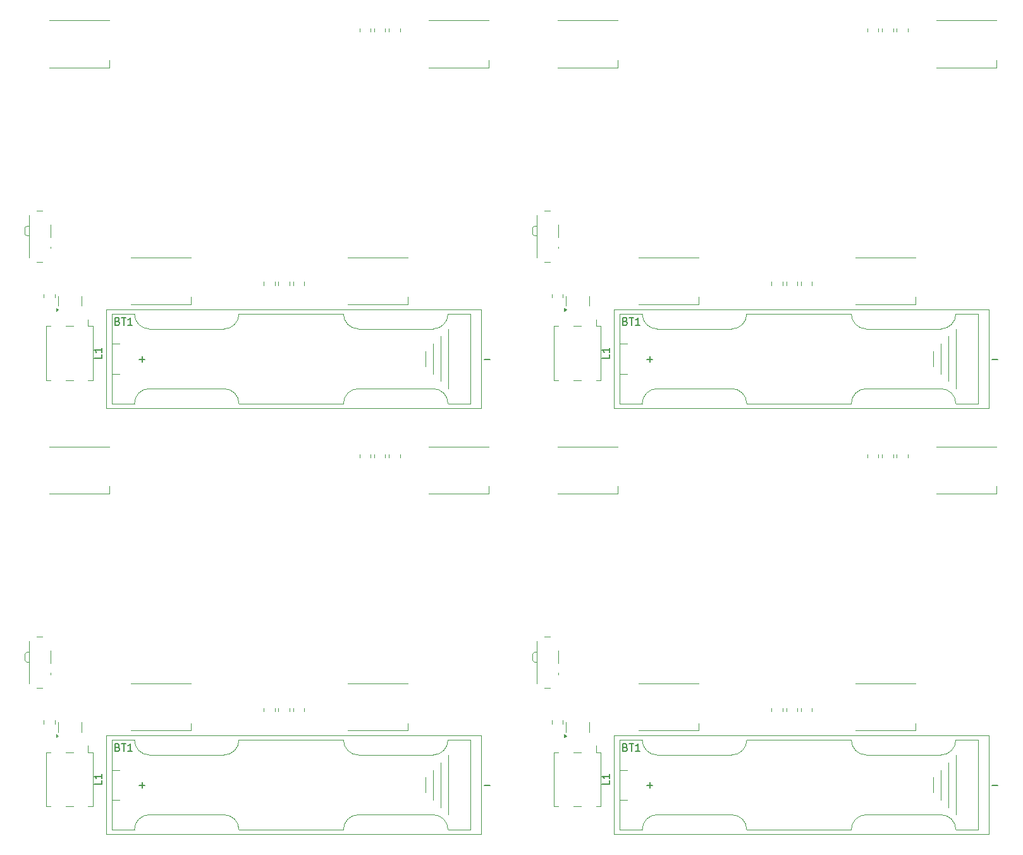
<source format=gto>
G04 #@! TF.GenerationSoftware,KiCad,Pcbnew,8.0.3-8.0.3-0~ubuntu24.04.1*
G04 #@! TF.CreationDate,2024-07-21T14:04:27+02:00*
G04 #@! TF.ProjectId,panel,70616e65-6c2e-46b6-9963-61645f706362,rev?*
G04 #@! TF.SameCoordinates,Original*
G04 #@! TF.FileFunction,Legend,Top*
G04 #@! TF.FilePolarity,Positive*
%FSLAX46Y46*%
G04 Gerber Fmt 4.6, Leading zero omitted, Abs format (unit mm)*
G04 Created by KiCad (PCBNEW 8.0.3-8.0.3-0~ubuntu24.04.1) date 2024-07-21 14:04:27*
%MOMM*%
%LPD*%
G01*
G04 APERTURE LIST*
%ADD10C,0.150000*%
%ADD11C,0.120000*%
G04 APERTURE END LIST*
D10*
X78612319Y-104303099D02*
X78612319Y-104779289D01*
X78612319Y-104779289D02*
X77612319Y-104779289D01*
X78612319Y-103445956D02*
X78612319Y-104017384D01*
X78612319Y-103731670D02*
X77612319Y-103731670D01*
X77612319Y-103731670D02*
X77755176Y-103826908D01*
X77755176Y-103826908D02*
X77850414Y-103922146D01*
X77850414Y-103922146D02*
X77898033Y-104017384D01*
X78612319Y-47303099D02*
X78612319Y-47779289D01*
X78612319Y-47779289D02*
X77612319Y-47779289D01*
X78612319Y-46445956D02*
X78612319Y-47017384D01*
X78612319Y-46731670D02*
X77612319Y-46731670D01*
X77612319Y-46731670D02*
X77755176Y-46826908D01*
X77755176Y-46826908D02*
X77850414Y-46922146D01*
X77850414Y-46922146D02*
X77898033Y-47017384D01*
X80739285Y-99856009D02*
X80882142Y-99903628D01*
X80882142Y-99903628D02*
X80929761Y-99951247D01*
X80929761Y-99951247D02*
X80977380Y-100046485D01*
X80977380Y-100046485D02*
X80977380Y-100189342D01*
X80977380Y-100189342D02*
X80929761Y-100284580D01*
X80929761Y-100284580D02*
X80882142Y-100332200D01*
X80882142Y-100332200D02*
X80786904Y-100379819D01*
X80786904Y-100379819D02*
X80405952Y-100379819D01*
X80405952Y-100379819D02*
X80405952Y-99379819D01*
X80405952Y-99379819D02*
X80739285Y-99379819D01*
X80739285Y-99379819D02*
X80834523Y-99427438D01*
X80834523Y-99427438D02*
X80882142Y-99475057D01*
X80882142Y-99475057D02*
X80929761Y-99570295D01*
X80929761Y-99570295D02*
X80929761Y-99665533D01*
X80929761Y-99665533D02*
X80882142Y-99760771D01*
X80882142Y-99760771D02*
X80834523Y-99808390D01*
X80834523Y-99808390D02*
X80739285Y-99856009D01*
X80739285Y-99856009D02*
X80405952Y-99856009D01*
X81263095Y-99379819D02*
X81834523Y-99379819D01*
X81548809Y-100379819D02*
X81548809Y-99379819D01*
X82691666Y-100379819D02*
X82120238Y-100379819D01*
X82405952Y-100379819D02*
X82405952Y-99379819D01*
X82405952Y-99379819D02*
X82310714Y-99522676D01*
X82310714Y-99522676D02*
X82215476Y-99617914D01*
X82215476Y-99617914D02*
X82120238Y-99665533D01*
X83619048Y-104948866D02*
X84380953Y-104948866D01*
X84000000Y-105329819D02*
X84000000Y-104567914D01*
X129866548Y-104960299D02*
X130628453Y-104960299D01*
X10612319Y-104303099D02*
X10612319Y-104779289D01*
X10612319Y-104779289D02*
X9612319Y-104779289D01*
X10612319Y-103445956D02*
X10612319Y-104017384D01*
X10612319Y-103731670D02*
X9612319Y-103731670D01*
X9612319Y-103731670D02*
X9755176Y-103826908D01*
X9755176Y-103826908D02*
X9850414Y-103922146D01*
X9850414Y-103922146D02*
X9898033Y-104017384D01*
X12739285Y-42856009D02*
X12882142Y-42903628D01*
X12882142Y-42903628D02*
X12929761Y-42951247D01*
X12929761Y-42951247D02*
X12977380Y-43046485D01*
X12977380Y-43046485D02*
X12977380Y-43189342D01*
X12977380Y-43189342D02*
X12929761Y-43284580D01*
X12929761Y-43284580D02*
X12882142Y-43332200D01*
X12882142Y-43332200D02*
X12786904Y-43379819D01*
X12786904Y-43379819D02*
X12405952Y-43379819D01*
X12405952Y-43379819D02*
X12405952Y-42379819D01*
X12405952Y-42379819D02*
X12739285Y-42379819D01*
X12739285Y-42379819D02*
X12834523Y-42427438D01*
X12834523Y-42427438D02*
X12882142Y-42475057D01*
X12882142Y-42475057D02*
X12929761Y-42570295D01*
X12929761Y-42570295D02*
X12929761Y-42665533D01*
X12929761Y-42665533D02*
X12882142Y-42760771D01*
X12882142Y-42760771D02*
X12834523Y-42808390D01*
X12834523Y-42808390D02*
X12739285Y-42856009D01*
X12739285Y-42856009D02*
X12405952Y-42856009D01*
X13263095Y-42379819D02*
X13834523Y-42379819D01*
X13548809Y-43379819D02*
X13548809Y-42379819D01*
X14691666Y-43379819D02*
X14120238Y-43379819D01*
X14405952Y-43379819D02*
X14405952Y-42379819D01*
X14405952Y-42379819D02*
X14310714Y-42522676D01*
X14310714Y-42522676D02*
X14215476Y-42617914D01*
X14215476Y-42617914D02*
X14120238Y-42665533D01*
X15619048Y-47948866D02*
X16380953Y-47948866D01*
X16000000Y-48329819D02*
X16000000Y-47567914D01*
X61866548Y-47960299D02*
X62628453Y-47960299D01*
X12739285Y-99856009D02*
X12882142Y-99903628D01*
X12882142Y-99903628D02*
X12929761Y-99951247D01*
X12929761Y-99951247D02*
X12977380Y-100046485D01*
X12977380Y-100046485D02*
X12977380Y-100189342D01*
X12977380Y-100189342D02*
X12929761Y-100284580D01*
X12929761Y-100284580D02*
X12882142Y-100332200D01*
X12882142Y-100332200D02*
X12786904Y-100379819D01*
X12786904Y-100379819D02*
X12405952Y-100379819D01*
X12405952Y-100379819D02*
X12405952Y-99379819D01*
X12405952Y-99379819D02*
X12739285Y-99379819D01*
X12739285Y-99379819D02*
X12834523Y-99427438D01*
X12834523Y-99427438D02*
X12882142Y-99475057D01*
X12882142Y-99475057D02*
X12929761Y-99570295D01*
X12929761Y-99570295D02*
X12929761Y-99665533D01*
X12929761Y-99665533D02*
X12882142Y-99760771D01*
X12882142Y-99760771D02*
X12834523Y-99808390D01*
X12834523Y-99808390D02*
X12739285Y-99856009D01*
X12739285Y-99856009D02*
X12405952Y-99856009D01*
X13263095Y-99379819D02*
X13834523Y-99379819D01*
X13548809Y-100379819D02*
X13548809Y-99379819D01*
X14691666Y-100379819D02*
X14120238Y-100379819D01*
X14405952Y-100379819D02*
X14405952Y-99379819D01*
X14405952Y-99379819D02*
X14310714Y-99522676D01*
X14310714Y-99522676D02*
X14215476Y-99617914D01*
X14215476Y-99617914D02*
X14120238Y-99665533D01*
X15619048Y-104948866D02*
X16380953Y-104948866D01*
X16000000Y-105329819D02*
X16000000Y-104567914D01*
X61866548Y-104960299D02*
X62628453Y-104960299D01*
X80739285Y-42856009D02*
X80882142Y-42903628D01*
X80882142Y-42903628D02*
X80929761Y-42951247D01*
X80929761Y-42951247D02*
X80977380Y-43046485D01*
X80977380Y-43046485D02*
X80977380Y-43189342D01*
X80977380Y-43189342D02*
X80929761Y-43284580D01*
X80929761Y-43284580D02*
X80882142Y-43332200D01*
X80882142Y-43332200D02*
X80786904Y-43379819D01*
X80786904Y-43379819D02*
X80405952Y-43379819D01*
X80405952Y-43379819D02*
X80405952Y-42379819D01*
X80405952Y-42379819D02*
X80739285Y-42379819D01*
X80739285Y-42379819D02*
X80834523Y-42427438D01*
X80834523Y-42427438D02*
X80882142Y-42475057D01*
X80882142Y-42475057D02*
X80929761Y-42570295D01*
X80929761Y-42570295D02*
X80929761Y-42665533D01*
X80929761Y-42665533D02*
X80882142Y-42760771D01*
X80882142Y-42760771D02*
X80834523Y-42808390D01*
X80834523Y-42808390D02*
X80739285Y-42856009D01*
X80739285Y-42856009D02*
X80405952Y-42856009D01*
X81263095Y-42379819D02*
X81834523Y-42379819D01*
X81548809Y-43379819D02*
X81548809Y-42379819D01*
X82691666Y-43379819D02*
X82120238Y-43379819D01*
X82405952Y-43379819D02*
X82405952Y-42379819D01*
X82405952Y-42379819D02*
X82310714Y-42522676D01*
X82310714Y-42522676D02*
X82215476Y-42617914D01*
X82215476Y-42617914D02*
X82120238Y-42665533D01*
X83619048Y-47948866D02*
X84380953Y-47948866D01*
X84000000Y-48329819D02*
X84000000Y-47567914D01*
X129866548Y-47960299D02*
X130628453Y-47960299D01*
X10612319Y-47303099D02*
X10612319Y-47779289D01*
X10612319Y-47779289D02*
X9612319Y-47779289D01*
X10612319Y-46445956D02*
X10612319Y-47017384D01*
X10612319Y-46731670D02*
X9612319Y-46731670D01*
X9612319Y-46731670D02*
X9755176Y-46826908D01*
X9755176Y-46826908D02*
X9850414Y-46922146D01*
X9850414Y-46922146D02*
X9898033Y-47017384D01*
D11*
G04 #@! TO.C,D4*
X51625000Y-91325000D02*
X43575000Y-91325000D01*
X51625000Y-96625000D02*
X51625000Y-97625000D01*
X51625000Y-97625000D02*
X43575000Y-97625000D01*
G04 #@! TO.C,R3*
X45140000Y-4114564D02*
X45140000Y-3660436D01*
X46610000Y-4114564D02*
X46610000Y-3660436D01*
G04 #@! TO.C,D1*
X79675000Y-2625000D02*
X71625000Y-2625000D01*
X79675000Y-7925000D02*
X79675000Y-8925000D01*
X79675000Y-8925000D02*
X71625000Y-8925000D01*
G04 #@! TO.C,L1*
X71177500Y-100526433D02*
X71177500Y-107746433D01*
X71177500Y-100526433D02*
X71777500Y-100526433D01*
X71177500Y-107746433D02*
X71777500Y-107746433D01*
X73797500Y-100526433D02*
X74777500Y-100526433D01*
X73797500Y-107746433D02*
X74777500Y-107746433D01*
X76797500Y-100526433D02*
X76797500Y-99636433D01*
X76797500Y-100526433D02*
X77397500Y-100526433D01*
X76797500Y-107746433D02*
X77397500Y-107746433D01*
X77397500Y-100526433D02*
X77397500Y-107746433D01*
G04 #@! TO.C,D2*
X22525000Y-34325000D02*
X14475000Y-34325000D01*
X22525000Y-39625000D02*
X22525000Y-40625000D01*
X22525000Y-40625000D02*
X14475000Y-40625000D01*
G04 #@! TO.C,R1*
X70865000Y-96260436D02*
X70865000Y-96714564D01*
X72335000Y-96260436D02*
X72335000Y-96714564D01*
G04 #@! TO.C,L1*
X71177500Y-43526433D02*
X71177500Y-50746433D01*
X71177500Y-43526433D02*
X71777500Y-43526433D01*
X71177500Y-50746433D02*
X71777500Y-50746433D01*
X73797500Y-43526433D02*
X74777500Y-43526433D01*
X73797500Y-50746433D02*
X74777500Y-50746433D01*
X76797500Y-43526433D02*
X76797500Y-42636433D01*
X76797500Y-43526433D02*
X77397500Y-43526433D01*
X76797500Y-50746433D02*
X77397500Y-50746433D01*
X77397500Y-43526433D02*
X77397500Y-50746433D01*
G04 #@! TO.C,D4*
X119625000Y-91325000D02*
X111575000Y-91325000D01*
X119625000Y-96625000D02*
X119625000Y-97625000D01*
X119625000Y-97625000D02*
X111575000Y-97625000D01*
X119625000Y-34325000D02*
X111575000Y-34325000D01*
X119625000Y-39625000D02*
X119625000Y-40625000D01*
X119625000Y-40625000D02*
X111575000Y-40625000D01*
G04 #@! TO.C,D2*
X22525000Y-91325000D02*
X14475000Y-91325000D01*
X22525000Y-96625000D02*
X22525000Y-97625000D01*
X22525000Y-97625000D02*
X14475000Y-97625000D01*
G04 #@! TO.C,D3*
X130425000Y-59625000D02*
X122375000Y-59625000D01*
X130425000Y-64925000D02*
X130425000Y-65925000D01*
X130425000Y-65925000D02*
X122375000Y-65925000D01*
G04 #@! TO.C,D2*
X90525000Y-91325000D02*
X82475000Y-91325000D01*
X90525000Y-96625000D02*
X90525000Y-97625000D01*
X90525000Y-97625000D02*
X82475000Y-97625000D01*
G04 #@! TO.C,Q1*
X4765000Y-40162500D02*
X4765000Y-39512500D01*
X4765000Y-40162500D02*
X4765000Y-40812500D01*
X7885000Y-40162500D02*
X7885000Y-39512500D01*
X7885000Y-40162500D02*
X7885000Y-40812500D01*
X4815000Y-41325000D02*
X4485000Y-41565000D01*
X4485000Y-41085000D01*
X4815000Y-41325000D01*
G36*
X4815000Y-41325000D02*
G01*
X4485000Y-41565000D01*
X4485000Y-41085000D01*
X4815000Y-41325000D01*
G37*
G04 #@! TO.C,BT1*
X79187500Y-98286433D02*
X79187500Y-111486433D01*
X79187500Y-111486433D02*
X129387500Y-111486433D01*
X79987500Y-98886433D02*
X79987500Y-110886433D01*
X79987500Y-98886433D02*
X82987500Y-98886433D01*
X79987500Y-102886433D02*
X80987500Y-102886433D01*
X79987500Y-110886433D02*
X82987500Y-110886433D01*
X80987500Y-106886433D02*
X79987500Y-106886433D01*
X84987500Y-100886433D02*
X94987500Y-100886433D01*
X84987500Y-108886433D02*
X94987500Y-108886433D01*
X96987500Y-110886433D02*
X110987500Y-110886433D01*
X110987500Y-98886433D02*
X96987500Y-98886433D01*
X121987500Y-103886433D02*
X121987500Y-105886433D01*
X122987500Y-100886433D02*
X112987500Y-100886433D01*
X122987500Y-102886433D02*
X122987500Y-106886433D01*
X122987500Y-108886433D02*
X112987500Y-108886433D01*
X123987500Y-107886433D02*
X123987500Y-101886433D01*
X124987500Y-100886433D02*
X124987500Y-108886433D01*
X127987500Y-98886433D02*
X124987500Y-98886433D01*
X127987500Y-98886433D02*
X127987500Y-110886433D01*
X127987500Y-110886433D02*
X124987500Y-110886433D01*
X129387500Y-98286433D02*
X79187500Y-98286433D01*
X129387500Y-111486433D02*
X129387500Y-98286433D01*
X82987500Y-110886433D02*
G75*
G02*
X84987500Y-108886433I2000000J0D01*
G01*
X84987500Y-100886433D02*
G75*
G02*
X82987500Y-98886433I0J2000000D01*
G01*
X94987500Y-108886433D02*
G75*
G02*
X96987500Y-110886433I0J-2000000D01*
G01*
X96987500Y-98886433D02*
G75*
G02*
X94987500Y-100886433I-2000000J0D01*
G01*
X110987500Y-110886433D02*
G75*
G02*
X112987500Y-108886433I2000000J0D01*
G01*
X112987500Y-100886433D02*
G75*
G02*
X110987500Y-98886433I0J2000000D01*
G01*
X122987500Y-108886433D02*
G75*
G02*
X124987500Y-110886433I0J-2000000D01*
G01*
X124987500Y-98886433D02*
G75*
G02*
X122987500Y-100886433I-2000000J0D01*
G01*
G04 #@! TO.C,L1*
X3177500Y-100526433D02*
X3177500Y-107746433D01*
X3177500Y-100526433D02*
X3777500Y-100526433D01*
X3177500Y-107746433D02*
X3777500Y-107746433D01*
X5797500Y-100526433D02*
X6777500Y-100526433D01*
X5797500Y-107746433D02*
X6777500Y-107746433D01*
X8797500Y-100526433D02*
X8797500Y-99636433D01*
X8797500Y-100526433D02*
X9397500Y-100526433D01*
X8797500Y-107746433D02*
X9397500Y-107746433D01*
X9397500Y-100526433D02*
X9397500Y-107746433D01*
G04 #@! TO.C,R4*
X47115000Y-4114564D02*
X47115000Y-3660436D01*
X48585000Y-4114564D02*
X48585000Y-3660436D01*
G04 #@! TO.C,R2*
X117090000Y-61114564D02*
X117090000Y-60660436D01*
X118560000Y-61114564D02*
X118560000Y-60660436D01*
X49090000Y-61114564D02*
X49090000Y-60660436D01*
X50560000Y-61114564D02*
X50560000Y-60660436D01*
G04 #@! TO.C,D3*
X62425000Y-2625000D02*
X54375000Y-2625000D01*
X62425000Y-7925000D02*
X62425000Y-8925000D01*
X62425000Y-8925000D02*
X54375000Y-8925000D01*
G04 #@! TO.C,R6*
X100308750Y-38045814D02*
X100308750Y-37591686D01*
X101778750Y-38045814D02*
X101778750Y-37591686D01*
G04 #@! TO.C,D1*
X79675000Y-59625000D02*
X71625000Y-59625000D01*
X79675000Y-64925000D02*
X79675000Y-65925000D01*
X79675000Y-65925000D02*
X71625000Y-65925000D01*
G04 #@! TO.C,R6*
X32308750Y-95045814D02*
X32308750Y-94591686D01*
X33778750Y-95045814D02*
X33778750Y-94591686D01*
G04 #@! TO.C,Q1*
X72765000Y-40162500D02*
X72765000Y-39512500D01*
X72765000Y-40162500D02*
X72765000Y-40812500D01*
X75885000Y-40162500D02*
X75885000Y-39512500D01*
X75885000Y-40162500D02*
X75885000Y-40812500D01*
X72815000Y-41325000D02*
X72485000Y-41565000D01*
X72485000Y-41085000D01*
X72815000Y-41325000D01*
G36*
X72815000Y-41325000D02*
G01*
X72485000Y-41565000D01*
X72485000Y-41085000D01*
X72815000Y-41325000D01*
G37*
G04 #@! TO.C,R7*
X102283750Y-95045814D02*
X102283750Y-94591686D01*
X103753750Y-95045814D02*
X103753750Y-94591686D01*
G04 #@! TO.C,R3*
X113140000Y-61114564D02*
X113140000Y-60660436D01*
X114610000Y-61114564D02*
X114610000Y-60660436D01*
G04 #@! TO.C,R6*
X32308750Y-38045814D02*
X32308750Y-37591686D01*
X33778750Y-38045814D02*
X33778750Y-37591686D01*
G04 #@! TO.C,R7*
X34283750Y-95045814D02*
X34283750Y-94591686D01*
X35753750Y-95045814D02*
X35753750Y-94591686D01*
G04 #@! TO.C,BT1*
X11187500Y-41286433D02*
X11187500Y-54486433D01*
X11187500Y-54486433D02*
X61387500Y-54486433D01*
X11987500Y-41886433D02*
X11987500Y-53886433D01*
X11987500Y-41886433D02*
X14987500Y-41886433D01*
X11987500Y-45886433D02*
X12987500Y-45886433D01*
X11987500Y-53886433D02*
X14987500Y-53886433D01*
X12987500Y-49886433D02*
X11987500Y-49886433D01*
X16987500Y-43886433D02*
X26987500Y-43886433D01*
X16987500Y-51886433D02*
X26987500Y-51886433D01*
X28987500Y-53886433D02*
X42987500Y-53886433D01*
X42987500Y-41886433D02*
X28987500Y-41886433D01*
X53987500Y-46886433D02*
X53987500Y-48886433D01*
X54987500Y-43886433D02*
X44987500Y-43886433D01*
X54987500Y-45886433D02*
X54987500Y-49886433D01*
X54987500Y-51886433D02*
X44987500Y-51886433D01*
X55987500Y-50886433D02*
X55987500Y-44886433D01*
X56987500Y-43886433D02*
X56987500Y-51886433D01*
X59987500Y-41886433D02*
X56987500Y-41886433D01*
X59987500Y-41886433D02*
X59987500Y-53886433D01*
X59987500Y-53886433D02*
X56987500Y-53886433D01*
X61387500Y-41286433D02*
X11187500Y-41286433D01*
X61387500Y-54486433D02*
X61387500Y-41286433D01*
X14987500Y-53886433D02*
G75*
G02*
X16987500Y-51886433I2000000J0D01*
G01*
X16987500Y-43886433D02*
G75*
G02*
X14987500Y-41886433I0J2000000D01*
G01*
X26987500Y-51886433D02*
G75*
G02*
X28987500Y-53886433I0J-2000000D01*
G01*
X28987500Y-41886433D02*
G75*
G02*
X26987500Y-43886433I-2000000J0D01*
G01*
X42987500Y-53886433D02*
G75*
G02*
X44987500Y-51886433I2000000J0D01*
G01*
X44987500Y-43886433D02*
G75*
G02*
X42987500Y-41886433I0J2000000D01*
G01*
X54987500Y-51886433D02*
G75*
G02*
X56987500Y-53886433I0J-2000000D01*
G01*
X56987500Y-41886433D02*
G75*
G02*
X54987500Y-43886433I-2000000J0D01*
G01*
G04 #@! TO.C,SW1*
X312500Y-30311433D02*
X312500Y-31211433D01*
X522500Y-30111433D02*
X312500Y-30311433D01*
X522500Y-30111433D02*
X812500Y-30111433D01*
X522500Y-31411433D02*
X312500Y-31211433D01*
X522500Y-31411433D02*
X812500Y-31411433D01*
X882500Y-28661433D02*
X882500Y-34361433D01*
X1892500Y-34961433D02*
X2682500Y-34961433D01*
X2682500Y-28061433D02*
X1892500Y-28061433D01*
X3732500Y-29911433D02*
X3732500Y-31611433D01*
X3732500Y-32911433D02*
X3732500Y-33111433D01*
G04 #@! TO.C,R3*
X45140000Y-61114564D02*
X45140000Y-60660436D01*
X46610000Y-61114564D02*
X46610000Y-60660436D01*
G04 #@! TO.C,Q1*
X4765000Y-97162500D02*
X4765000Y-96512500D01*
X4765000Y-97162500D02*
X4765000Y-97812500D01*
X7885000Y-97162500D02*
X7885000Y-96512500D01*
X7885000Y-97162500D02*
X7885000Y-97812500D01*
X4815000Y-98325000D02*
X4485000Y-98565000D01*
X4485000Y-98085000D01*
X4815000Y-98325000D01*
G36*
X4815000Y-98325000D02*
G01*
X4485000Y-98565000D01*
X4485000Y-98085000D01*
X4815000Y-98325000D01*
G37*
G04 #@! TO.C,R5*
X104258750Y-95045814D02*
X104258750Y-94591686D01*
X105728750Y-95045814D02*
X105728750Y-94591686D01*
X36258750Y-95045814D02*
X36258750Y-94591686D01*
X37728750Y-95045814D02*
X37728750Y-94591686D01*
G04 #@! TO.C,R2*
X117090000Y-4114564D02*
X117090000Y-3660436D01*
X118560000Y-4114564D02*
X118560000Y-3660436D01*
G04 #@! TO.C,R3*
X113140000Y-4114564D02*
X113140000Y-3660436D01*
X114610000Y-4114564D02*
X114610000Y-3660436D01*
G04 #@! TO.C,BT1*
X11187500Y-98286433D02*
X11187500Y-111486433D01*
X11187500Y-111486433D02*
X61387500Y-111486433D01*
X11987500Y-98886433D02*
X11987500Y-110886433D01*
X11987500Y-98886433D02*
X14987500Y-98886433D01*
X11987500Y-102886433D02*
X12987500Y-102886433D01*
X11987500Y-110886433D02*
X14987500Y-110886433D01*
X12987500Y-106886433D02*
X11987500Y-106886433D01*
X16987500Y-100886433D02*
X26987500Y-100886433D01*
X16987500Y-108886433D02*
X26987500Y-108886433D01*
X28987500Y-110886433D02*
X42987500Y-110886433D01*
X42987500Y-98886433D02*
X28987500Y-98886433D01*
X53987500Y-103886433D02*
X53987500Y-105886433D01*
X54987500Y-100886433D02*
X44987500Y-100886433D01*
X54987500Y-102886433D02*
X54987500Y-106886433D01*
X54987500Y-108886433D02*
X44987500Y-108886433D01*
X55987500Y-107886433D02*
X55987500Y-101886433D01*
X56987500Y-100886433D02*
X56987500Y-108886433D01*
X59987500Y-98886433D02*
X56987500Y-98886433D01*
X59987500Y-98886433D02*
X59987500Y-110886433D01*
X59987500Y-110886433D02*
X56987500Y-110886433D01*
X61387500Y-98286433D02*
X11187500Y-98286433D01*
X61387500Y-111486433D02*
X61387500Y-98286433D01*
X14987500Y-110886433D02*
G75*
G02*
X16987500Y-108886433I2000000J0D01*
G01*
X16987500Y-100886433D02*
G75*
G02*
X14987500Y-98886433I0J2000000D01*
G01*
X26987500Y-108886433D02*
G75*
G02*
X28987500Y-110886433I0J-2000000D01*
G01*
X28987500Y-98886433D02*
G75*
G02*
X26987500Y-100886433I-2000000J0D01*
G01*
X42987500Y-110886433D02*
G75*
G02*
X44987500Y-108886433I2000000J0D01*
G01*
X44987500Y-100886433D02*
G75*
G02*
X42987500Y-98886433I0J2000000D01*
G01*
X54987500Y-108886433D02*
G75*
G02*
X56987500Y-110886433I0J-2000000D01*
G01*
X56987500Y-98886433D02*
G75*
G02*
X54987500Y-100886433I-2000000J0D01*
G01*
G04 #@! TO.C,R5*
X36258750Y-38045814D02*
X36258750Y-37591686D01*
X37728750Y-38045814D02*
X37728750Y-37591686D01*
G04 #@! TO.C,R7*
X102283750Y-38045814D02*
X102283750Y-37591686D01*
X103753750Y-38045814D02*
X103753750Y-37591686D01*
G04 #@! TO.C,SW1*
X68312500Y-30311433D02*
X68312500Y-31211433D01*
X68522500Y-30111433D02*
X68312500Y-30311433D01*
X68522500Y-30111433D02*
X68812500Y-30111433D01*
X68522500Y-31411433D02*
X68312500Y-31211433D01*
X68522500Y-31411433D02*
X68812500Y-31411433D01*
X68882500Y-28661433D02*
X68882500Y-34361433D01*
X69892500Y-34961433D02*
X70682500Y-34961433D01*
X70682500Y-28061433D02*
X69892500Y-28061433D01*
X71732500Y-29911433D02*
X71732500Y-31611433D01*
X71732500Y-32911433D02*
X71732500Y-33111433D01*
G04 #@! TO.C,R4*
X47115000Y-61114564D02*
X47115000Y-60660436D01*
X48585000Y-61114564D02*
X48585000Y-60660436D01*
G04 #@! TO.C,R7*
X34283750Y-38045814D02*
X34283750Y-37591686D01*
X35753750Y-38045814D02*
X35753750Y-37591686D01*
G04 #@! TO.C,D3*
X62425000Y-59625000D02*
X54375000Y-59625000D01*
X62425000Y-64925000D02*
X62425000Y-65925000D01*
X62425000Y-65925000D02*
X54375000Y-65925000D01*
G04 #@! TO.C,R5*
X104258750Y-38045814D02*
X104258750Y-37591686D01*
X105728750Y-38045814D02*
X105728750Y-37591686D01*
G04 #@! TO.C,D1*
X11675000Y-2625000D02*
X3625000Y-2625000D01*
X11675000Y-7925000D02*
X11675000Y-8925000D01*
X11675000Y-8925000D02*
X3625000Y-8925000D01*
G04 #@! TO.C,R1*
X2865000Y-96260436D02*
X2865000Y-96714564D01*
X4335000Y-96260436D02*
X4335000Y-96714564D01*
G04 #@! TO.C,Q1*
X72765000Y-97162500D02*
X72765000Y-96512500D01*
X72765000Y-97162500D02*
X72765000Y-97812500D01*
X75885000Y-97162500D02*
X75885000Y-96512500D01*
X75885000Y-97162500D02*
X75885000Y-97812500D01*
X72815000Y-98325000D02*
X72485000Y-98565000D01*
X72485000Y-98085000D01*
X72815000Y-98325000D01*
G36*
X72815000Y-98325000D02*
G01*
X72485000Y-98565000D01*
X72485000Y-98085000D01*
X72815000Y-98325000D01*
G37*
G04 #@! TO.C,R4*
X115115000Y-4114564D02*
X115115000Y-3660436D01*
X116585000Y-4114564D02*
X116585000Y-3660436D01*
G04 #@! TO.C,SW1*
X312500Y-87311433D02*
X312500Y-88211433D01*
X522500Y-87111433D02*
X312500Y-87311433D01*
X522500Y-87111433D02*
X812500Y-87111433D01*
X522500Y-88411433D02*
X312500Y-88211433D01*
X522500Y-88411433D02*
X812500Y-88411433D01*
X882500Y-85661433D02*
X882500Y-91361433D01*
X1892500Y-91961433D02*
X2682500Y-91961433D01*
X2682500Y-85061433D02*
X1892500Y-85061433D01*
X3732500Y-86911433D02*
X3732500Y-88611433D01*
X3732500Y-89911433D02*
X3732500Y-90111433D01*
G04 #@! TO.C,R1*
X70865000Y-39260436D02*
X70865000Y-39714564D01*
X72335000Y-39260436D02*
X72335000Y-39714564D01*
G04 #@! TO.C,R6*
X100308750Y-95045814D02*
X100308750Y-94591686D01*
X101778750Y-95045814D02*
X101778750Y-94591686D01*
G04 #@! TO.C,SW1*
X68312500Y-87311433D02*
X68312500Y-88211433D01*
X68522500Y-87111433D02*
X68312500Y-87311433D01*
X68522500Y-87111433D02*
X68812500Y-87111433D01*
X68522500Y-88411433D02*
X68312500Y-88211433D01*
X68522500Y-88411433D02*
X68812500Y-88411433D01*
X68882500Y-85661433D02*
X68882500Y-91361433D01*
X69892500Y-91961433D02*
X70682500Y-91961433D01*
X70682500Y-85061433D02*
X69892500Y-85061433D01*
X71732500Y-86911433D02*
X71732500Y-88611433D01*
X71732500Y-89911433D02*
X71732500Y-90111433D01*
G04 #@! TO.C,D2*
X90525000Y-34325000D02*
X82475000Y-34325000D01*
X90525000Y-39625000D02*
X90525000Y-40625000D01*
X90525000Y-40625000D02*
X82475000Y-40625000D01*
G04 #@! TO.C,D4*
X51625000Y-34325000D02*
X43575000Y-34325000D01*
X51625000Y-39625000D02*
X51625000Y-40625000D01*
X51625000Y-40625000D02*
X43575000Y-40625000D01*
G04 #@! TO.C,BT1*
X79187500Y-41286433D02*
X79187500Y-54486433D01*
X79187500Y-54486433D02*
X129387500Y-54486433D01*
X79987500Y-41886433D02*
X79987500Y-53886433D01*
X79987500Y-41886433D02*
X82987500Y-41886433D01*
X79987500Y-45886433D02*
X80987500Y-45886433D01*
X79987500Y-53886433D02*
X82987500Y-53886433D01*
X80987500Y-49886433D02*
X79987500Y-49886433D01*
X84987500Y-43886433D02*
X94987500Y-43886433D01*
X84987500Y-51886433D02*
X94987500Y-51886433D01*
X96987500Y-53886433D02*
X110987500Y-53886433D01*
X110987500Y-41886433D02*
X96987500Y-41886433D01*
X121987500Y-46886433D02*
X121987500Y-48886433D01*
X122987500Y-43886433D02*
X112987500Y-43886433D01*
X122987500Y-45886433D02*
X122987500Y-49886433D01*
X122987500Y-51886433D02*
X112987500Y-51886433D01*
X123987500Y-50886433D02*
X123987500Y-44886433D01*
X124987500Y-43886433D02*
X124987500Y-51886433D01*
X127987500Y-41886433D02*
X124987500Y-41886433D01*
X127987500Y-41886433D02*
X127987500Y-53886433D01*
X127987500Y-53886433D02*
X124987500Y-53886433D01*
X129387500Y-41286433D02*
X79187500Y-41286433D01*
X129387500Y-54486433D02*
X129387500Y-41286433D01*
X82987500Y-53886433D02*
G75*
G02*
X84987500Y-51886433I2000000J0D01*
G01*
X84987500Y-43886433D02*
G75*
G02*
X82987500Y-41886433I0J2000000D01*
G01*
X94987500Y-51886433D02*
G75*
G02*
X96987500Y-53886433I0J-2000000D01*
G01*
X96987500Y-41886433D02*
G75*
G02*
X94987500Y-43886433I-2000000J0D01*
G01*
X110987500Y-53886433D02*
G75*
G02*
X112987500Y-51886433I2000000J0D01*
G01*
X112987500Y-43886433D02*
G75*
G02*
X110987500Y-41886433I0J2000000D01*
G01*
X122987500Y-51886433D02*
G75*
G02*
X124987500Y-53886433I0J-2000000D01*
G01*
X124987500Y-41886433D02*
G75*
G02*
X122987500Y-43886433I-2000000J0D01*
G01*
G04 #@! TO.C,R2*
X49090000Y-4114564D02*
X49090000Y-3660436D01*
X50560000Y-4114564D02*
X50560000Y-3660436D01*
G04 #@! TO.C,D3*
X130425000Y-2625000D02*
X122375000Y-2625000D01*
X130425000Y-7925000D02*
X130425000Y-8925000D01*
X130425000Y-8925000D02*
X122375000Y-8925000D01*
G04 #@! TO.C,R4*
X115115000Y-61114564D02*
X115115000Y-60660436D01*
X116585000Y-61114564D02*
X116585000Y-60660436D01*
G04 #@! TO.C,D1*
X11675000Y-59625000D02*
X3625000Y-59625000D01*
X11675000Y-64925000D02*
X11675000Y-65925000D01*
X11675000Y-65925000D02*
X3625000Y-65925000D01*
G04 #@! TO.C,R1*
X2865000Y-39260436D02*
X2865000Y-39714564D01*
X4335000Y-39260436D02*
X4335000Y-39714564D01*
G04 #@! TO.C,L1*
X3177500Y-43526433D02*
X3177500Y-50746433D01*
X3177500Y-43526433D02*
X3777500Y-43526433D01*
X3177500Y-50746433D02*
X3777500Y-50746433D01*
X5797500Y-43526433D02*
X6777500Y-43526433D01*
X5797500Y-50746433D02*
X6777500Y-50746433D01*
X8797500Y-43526433D02*
X8797500Y-42636433D01*
X8797500Y-43526433D02*
X9397500Y-43526433D01*
X8797500Y-50746433D02*
X9397500Y-50746433D01*
X9397500Y-43526433D02*
X9397500Y-50746433D01*
G04 #@! TD*
M02*

</source>
